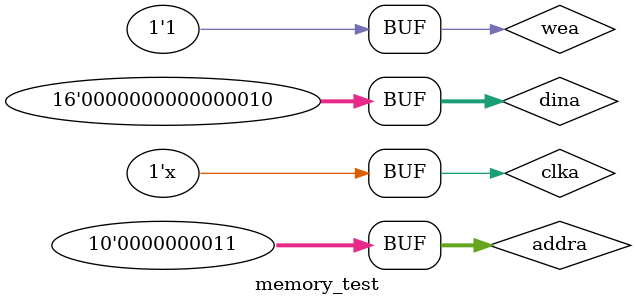
<source format=v>
`timescale 1ns / 1ps


module memory_test;

	// Inputs
	reg clka;
	reg [0:0] wea;
	reg [9:0] addra;
	reg [15:0] dina;

	// Outputs
	wire [15:0] douta;

	// Instantiate the Unit Under Test (UUT)
	blockmemory16kx1 uut (
		.clka(clka), 
		.wea(wea), 
		.addra(addra), 
		.dina(dina), 
		.douta(douta)
	);

	initial begin
		// Initialize Inputs
		clka = 0;
		wea = 0;
		addra = 0;
		dina = 0;

		// Wait 100 ns for global reset to finish
		#100;
        
		// Add stimulus here
		addra = 1;
		#20;
		addra = 2;
		#20;
		addra = 3;
		#20;
		dina = 6;
		addra = 4;
		wea = 1;
		
		#60;
		
		wea = 0;
		dina = 2;
		addra = 0;
		
		#60;
		
		addra = 3;
		wea = 1;
	end
      
	always
	begin
		clka = clka + 1;
		#20;
	end
endmodule


</source>
